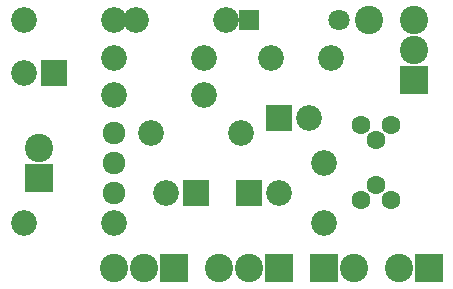
<source format=gbs>
G04 #@! TF.FileFunction,Soldermask,Bot*
%FSLAX46Y46*%
G04 Gerber Fmt 4.6, Leading zero omitted, Abs format (unit mm)*
G04 Created by KiCad (PCBNEW 4.0.4+e1-6308~48~ubuntu16.04.1-stable) date Fri Oct 14 22:16:02 2016*
%MOMM*%
%LPD*%
G01*
G04 APERTURE LIST*
%ADD10C,0.100000*%
%ADD11R,2.178000X2.178000*%
%ADD12C,2.178000*%
%ADD13C,1.924000*%
%ADD14C,1.600000*%
%ADD15C,2.398980*%
%ADD16R,1.797000X1.797000*%
%ADD17C,1.797000*%
%ADD18R,2.400000X2.400000*%
%ADD19C,2.400000*%
G04 APERTURE END LIST*
D10*
D11*
X153670000Y-97790000D03*
D12*
X151130000Y-97790000D03*
D11*
X170180000Y-107950000D03*
D12*
X172720000Y-107950000D03*
D11*
X165735000Y-107950000D03*
D12*
X163195000Y-107950000D03*
X172085000Y-96520000D03*
X177165000Y-96520000D03*
D13*
X158750000Y-105410000D03*
X158750000Y-102870000D03*
X158750000Y-107950000D03*
D14*
X179705000Y-102235000D03*
X180975000Y-103505000D03*
X182245000Y-102235000D03*
X182245000Y-108585000D03*
X180975000Y-107315000D03*
X179705000Y-108585000D03*
D12*
X158750000Y-93345000D03*
X151130000Y-93345000D03*
X158750000Y-96520000D03*
X166370000Y-96520000D03*
X158750000Y-99695000D03*
X166370000Y-99695000D03*
X169545000Y-102870000D03*
X161925000Y-102870000D03*
X168275000Y-93345000D03*
X160655000Y-93345000D03*
D15*
X180340000Y-93345000D03*
D12*
X158750000Y-110490000D03*
X151130000Y-110490000D03*
D16*
X170180000Y-93345000D03*
D17*
X177800000Y-93345000D03*
D11*
X172720000Y-101600000D03*
D12*
X175260000Y-101600000D03*
D18*
X152400000Y-106680000D03*
D19*
X152400000Y-104140000D03*
D18*
X184150000Y-98425000D03*
D19*
X184150000Y-95885000D03*
X184150000Y-93345000D03*
D18*
X163830000Y-114300000D03*
D19*
X161290000Y-114300000D03*
X158750000Y-114300000D03*
D12*
X176530000Y-110490000D03*
X176530000Y-105410000D03*
D18*
X185420000Y-114300000D03*
D19*
X182880000Y-114300000D03*
D18*
X172720000Y-114300000D03*
D19*
X170180000Y-114300000D03*
X167640000Y-114300000D03*
D18*
X176530000Y-114300000D03*
D19*
X179070000Y-114300000D03*
M02*

</source>
